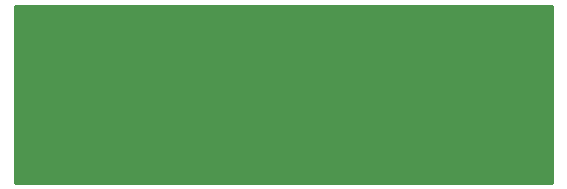
<source format=gbr>
G04 #@! TF.GenerationSoftware,KiCad,Pcbnew,(5.1.10-1-10_14)*
G04 #@! TF.CreationDate,2021-08-18T21:17:47-05:00*
G04 #@! TF.ProjectId,PCB-Keychains,5043422d-4b65-4796-9368-61696e732e6b,rev?*
G04 #@! TF.SameCoordinates,Original*
G04 #@! TF.FileFunction,Copper,L1,Top*
G04 #@! TF.FilePolarity,Positive*
%FSLAX46Y46*%
G04 Gerber Fmt 4.6, Leading zero omitted, Abs format (unit mm)*
G04 Created by KiCad (PCBNEW (5.1.10-1-10_14)) date 2021-08-18 21:17:47*
%MOMM*%
%LPD*%
G01*
G04 APERTURE LIST*
G04 #@! TA.AperFunction,NonConductor*
%ADD10C,0.254000*%
G04 #@! TD*
G04 #@! TA.AperFunction,NonConductor*
%ADD11C,0.100000*%
G04 #@! TD*
G04 APERTURE END LIST*
D10*
X208470500Y-57975500D02*
X163004500Y-57975500D01*
X163004500Y-42989500D01*
X208470500Y-42989500D01*
X208470500Y-57975500D01*
G04 #@! TA.AperFunction,NonConductor*
D11*
G36*
X208470500Y-57975500D02*
G01*
X163004500Y-57975500D01*
X163004500Y-42989500D01*
X208470500Y-42989500D01*
X208470500Y-57975500D01*
G37*
G04 #@! TD.AperFunction*
M02*

</source>
